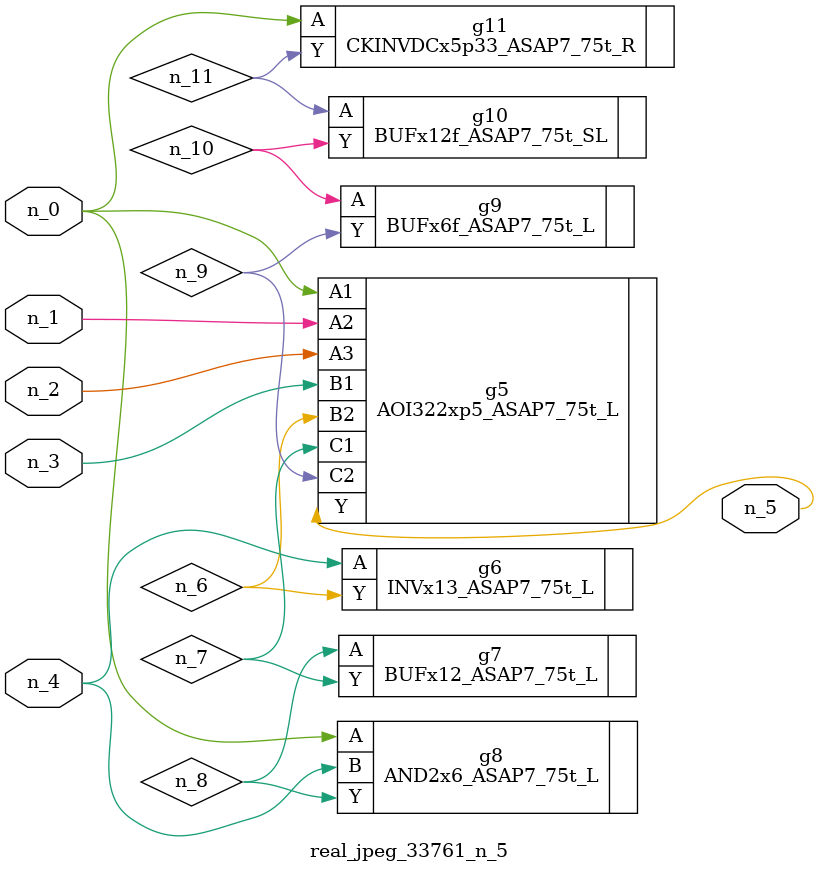
<source format=v>
module real_jpeg_33761_n_5 (n_4, n_0, n_1, n_2, n_3, n_5);

input n_4;
input n_0;
input n_1;
input n_2;
input n_3;

output n_5;

wire n_8;
wire n_11;
wire n_6;
wire n_7;
wire n_10;
wire n_9;

AOI322xp5_ASAP7_75t_L g5 ( 
.A1(n_0),
.A2(n_1),
.A3(n_2),
.B1(n_3),
.B2(n_6),
.C1(n_7),
.C2(n_9),
.Y(n_5)
);

AND2x6_ASAP7_75t_L g8 ( 
.A(n_0),
.B(n_4),
.Y(n_8)
);

CKINVDCx5p33_ASAP7_75t_R g11 ( 
.A(n_0),
.Y(n_11)
);

INVx13_ASAP7_75t_L g6 ( 
.A(n_4),
.Y(n_6)
);

BUFx12_ASAP7_75t_L g7 ( 
.A(n_8),
.Y(n_7)
);

BUFx6f_ASAP7_75t_L g9 ( 
.A(n_10),
.Y(n_9)
);

BUFx12f_ASAP7_75t_SL g10 ( 
.A(n_11),
.Y(n_10)
);


endmodule
</source>
